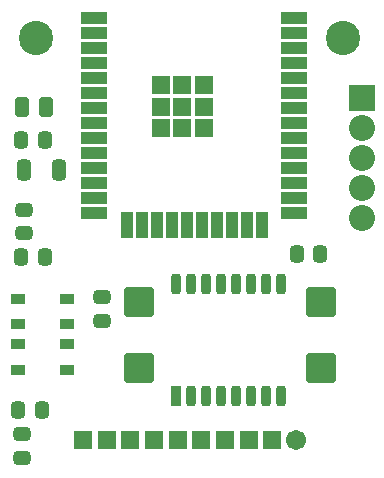
<source format=gts>
G04 Layer_Color=8388736*
%FSLAX44Y44*%
%MOMM*%
G71*
G01*
G75*
G04:AMPARAMS|DCode=46|XSize=1.2192mm|YSize=1.7272mm|CornerRadius=0.3556mm|HoleSize=0mm|Usage=FLASHONLY|Rotation=0.000|XOffset=0mm|YOffset=0mm|HoleType=Round|Shape=RoundedRectangle|*
%AMROUNDEDRECTD46*
21,1,1.2192,1.0160,0,0,0.0*
21,1,0.5080,1.7272,0,0,0.0*
1,1,0.7112,0.2540,-0.5080*
1,1,0.7112,-0.2540,-0.5080*
1,1,0.7112,-0.2540,0.5080*
1,1,0.7112,0.2540,0.5080*
%
%ADD46ROUNDEDRECTD46*%
G04:AMPARAMS|DCode=47|XSize=1.2032mm|YSize=1.4532mm|CornerRadius=0.3516mm|HoleSize=0mm|Usage=FLASHONLY|Rotation=0.000|XOffset=0mm|YOffset=0mm|HoleType=Round|Shape=RoundedRectangle|*
%AMROUNDEDRECTD47*
21,1,1.2032,0.7500,0,0,0.0*
21,1,0.5000,1.4532,0,0,0.0*
1,1,0.7032,0.2500,-0.3750*
1,1,0.7032,-0.2500,-0.3750*
1,1,0.7032,-0.2500,0.3750*
1,1,0.7032,0.2500,0.3750*
%
%ADD47ROUNDEDRECTD47*%
G04:AMPARAMS|DCode=48|XSize=2.6032mm|YSize=2.6032mm|CornerRadius=0.4016mm|HoleSize=0mm|Usage=FLASHONLY|Rotation=90.000|XOffset=0mm|YOffset=0mm|HoleType=Round|Shape=RoundedRectangle|*
%AMROUNDEDRECTD48*
21,1,2.6032,1.8000,0,0,90.0*
21,1,1.8000,2.6032,0,0,90.0*
1,1,0.8032,0.9000,0.9000*
1,1,0.8032,0.9000,-0.9000*
1,1,0.8032,-0.9000,-0.9000*
1,1,0.8032,-0.9000,0.9000*
%
%ADD48ROUNDEDRECTD48*%
G04:AMPARAMS|DCode=49|XSize=1.2032mm|YSize=1.4532mm|CornerRadius=0.3516mm|HoleSize=0mm|Usage=FLASHONLY|Rotation=270.000|XOffset=0mm|YOffset=0mm|HoleType=Round|Shape=RoundedRectangle|*
%AMROUNDEDRECTD49*
21,1,1.2032,0.7500,0,0,270.0*
21,1,0.5000,1.4532,0,0,270.0*
1,1,0.7032,-0.3750,-0.2500*
1,1,0.7032,-0.3750,0.2500*
1,1,0.7032,0.3750,0.2500*
1,1,0.7032,0.3750,-0.2500*
%
%ADD49ROUNDEDRECTD49*%
G04:AMPARAMS|DCode=50|XSize=1.2032mm|YSize=1.8032mm|CornerRadius=0.3516mm|HoleSize=0mm|Usage=FLASHONLY|Rotation=0.000|XOffset=0mm|YOffset=0mm|HoleType=Round|Shape=RoundedRectangle|*
%AMROUNDEDRECTD50*
21,1,1.2032,1.1000,0,0,0.0*
21,1,0.5000,1.8032,0,0,0.0*
1,1,0.7032,0.2500,-0.5500*
1,1,0.7032,-0.2500,-0.5500*
1,1,0.7032,-0.2500,0.5500*
1,1,0.7032,0.2500,0.5500*
%
%ADD50ROUNDEDRECTD50*%
G04:AMPARAMS|DCode=51|XSize=1.7272mm|YSize=0.8128mm|CornerRadius=0.254mm|HoleSize=0mm|Usage=FLASHONLY|Rotation=270.000|XOffset=0mm|YOffset=0mm|HoleType=Round|Shape=RoundedRectangle|*
%AMROUNDEDRECTD51*
21,1,1.7272,0.3048,0,0,270.0*
21,1,1.2192,0.8128,0,0,270.0*
1,1,0.5080,-0.1524,-0.6096*
1,1,0.5080,-0.1524,0.6096*
1,1,0.5080,0.1524,0.6096*
1,1,0.5080,0.1524,-0.6096*
%
%ADD51ROUNDEDRECTD51*%
%ADD52R,0.8128X1.6764*%
%ADD53R,1.5332X1.5332*%
%ADD54R,1.5332X1.5332*%
%ADD55R,2.2032X1.1032*%
%ADD56R,1.1032X2.2032*%
%ADD57R,1.2532X0.8532*%
%ADD58C,2.9032*%
%ADD59R,1.6032X1.6032*%
%ADD60C,1.7032*%
%ADD61C,2.2032*%
%ADD62R,2.2032X2.2032*%
D46*
X18378Y312000D02*
D03*
X38698D02*
D03*
D47*
X37556Y284258D02*
D03*
X17556D02*
D03*
X17250Y185000D02*
D03*
X37250D02*
D03*
X15000Y55000D02*
D03*
X35000D02*
D03*
X270750Y187500D02*
D03*
X250750D02*
D03*
D48*
X117000Y147000D02*
D03*
Y91000D02*
D03*
X271000D02*
D03*
Y147000D02*
D03*
D49*
X85500Y150500D02*
D03*
Y130500D02*
D03*
X20000Y205000D02*
D03*
Y225000D02*
D03*
X18000Y35000D02*
D03*
Y15000D02*
D03*
D50*
X19500Y258250D02*
D03*
X49500D02*
D03*
D51*
X237450Y66752D02*
D03*
X212050D02*
D03*
X199350D02*
D03*
X224750D02*
D03*
X186650D02*
D03*
X161250D02*
D03*
X173950D02*
D03*
X224750Y161748D02*
D03*
X212050D02*
D03*
X199350D02*
D03*
X237450D02*
D03*
X186650D02*
D03*
X148550D02*
D03*
X161250D02*
D03*
X173950D02*
D03*
D52*
X148550Y66752D02*
D03*
D53*
X135550Y330500D02*
D03*
X172250Y293800D02*
D03*
X135550Y312150D02*
D03*
X172250D02*
D03*
X153900D02*
D03*
D54*
X172250Y330500D02*
D03*
X153900Y293800D02*
D03*
X135550D02*
D03*
X153900Y330500D02*
D03*
D55*
X248900Y222050D02*
D03*
X78900D02*
D03*
Y247450D02*
D03*
Y234750D02*
D03*
Y310950D02*
D03*
Y298250D02*
D03*
Y285550D02*
D03*
Y260150D02*
D03*
Y272850D02*
D03*
Y336350D02*
D03*
Y323650D02*
D03*
Y349050D02*
D03*
Y361750D02*
D03*
Y387150D02*
D03*
Y374450D02*
D03*
X248900D02*
D03*
Y349050D02*
D03*
Y361750D02*
D03*
Y336350D02*
D03*
Y310950D02*
D03*
Y323650D02*
D03*
Y260150D02*
D03*
Y247450D02*
D03*
Y272850D02*
D03*
Y285550D02*
D03*
Y298250D02*
D03*
Y234750D02*
D03*
Y387150D02*
D03*
D56*
X106750Y212050D02*
D03*
X221050D02*
D03*
X132150D02*
D03*
X119450D02*
D03*
X195650D02*
D03*
X182950D02*
D03*
X170250D02*
D03*
X144850D02*
D03*
X157550D02*
D03*
X208350D02*
D03*
D57*
X56250Y127750D02*
D03*
Y149250D02*
D03*
X14750Y127750D02*
D03*
Y149250D02*
D03*
Y110750D02*
D03*
Y89250D02*
D03*
X56250Y110750D02*
D03*
Y89250D02*
D03*
D58*
X290000Y370500D02*
D03*
X30000D02*
D03*
D59*
X230000Y30250D02*
D03*
X210000D02*
D03*
X190000D02*
D03*
X170000D02*
D03*
X150000D02*
D03*
X130000D02*
D03*
X110000D02*
D03*
X90000D02*
D03*
X70000D02*
D03*
D60*
X250000D02*
D03*
D61*
X306250Y268750D02*
D03*
Y294150D02*
D03*
Y243350D02*
D03*
Y217950D02*
D03*
D62*
Y319550D02*
D03*
M02*

</source>
